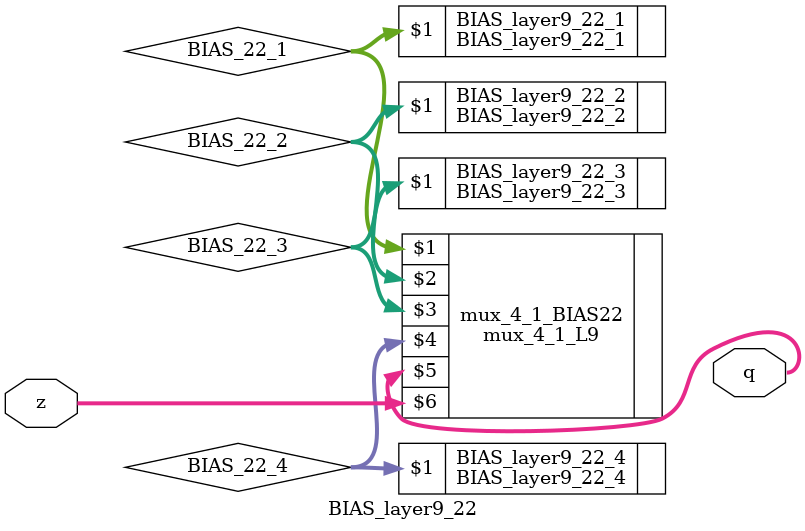
<source format=v>
module BIAS_layer9_22 #(parameter N_adder_tree=16)(q,z);
input  wire	[2:0]				  z;
output wire [N_adder_tree*18-1:0] q;


wire [N_adder_tree*18-1:0] BIAS_22_1;
wire [N_adder_tree*18-1:0] BIAS_22_2;
wire [N_adder_tree*18-1:0] BIAS_22_3;
wire [N_adder_tree*18-1:0] BIAS_22_4;


mux_4_1_L9 #(N_adder_tree) mux_4_1_BIAS22 (BIAS_22_1,BIAS_22_2,BIAS_22_3,BIAS_22_4,q,z);

BIAS_layer9_22_1 #(N_adder_tree) BIAS_layer9_22_1 (BIAS_22_1);
BIAS_layer9_22_2 #(N_adder_tree) BIAS_layer9_22_2 (BIAS_22_2);
BIAS_layer9_22_3 #(N_adder_tree) BIAS_layer9_22_3 (BIAS_22_3);
BIAS_layer9_22_4 #(N_adder_tree) BIAS_layer9_22_4 (BIAS_22_4);


endmodule
</source>
